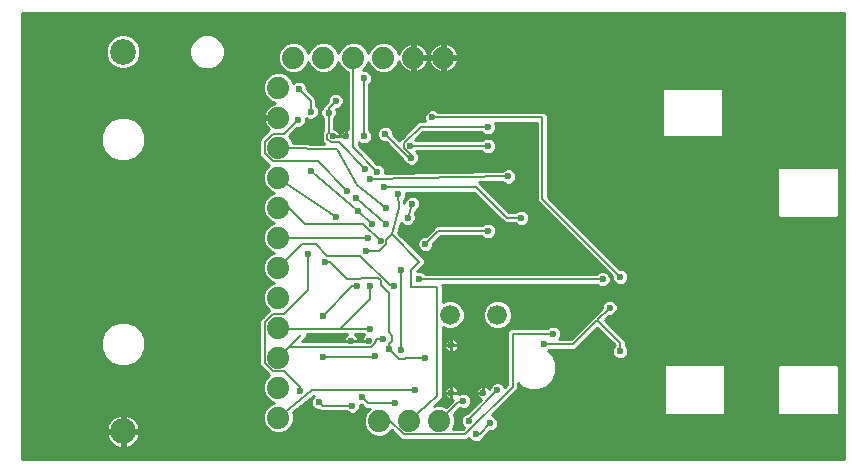
<source format=gbl>
G75*
%MOIN*%
%OFA0B0*%
%FSLAX25Y25*%
%IPPOS*%
%LPD*%
%AMOC8*
5,1,8,0,0,1.08239X$1,22.5*
%
%ADD10C,0.07400*%
%ADD11C,0.06600*%
%ADD12C,0.08600*%
%ADD13C,0.02362*%
%ADD14C,0.00600*%
%ADD15C,0.01000*%
D10*
X0088705Y0017209D03*
X0088705Y0027209D03*
X0088705Y0037209D03*
X0088705Y0047209D03*
X0088705Y0057209D03*
X0088705Y0067209D03*
X0088705Y0077209D03*
X0088705Y0087209D03*
X0088705Y0097209D03*
X0088705Y0107209D03*
X0088705Y0117209D03*
X0088705Y0127209D03*
X0093705Y0137209D03*
X0103705Y0137209D03*
X0113705Y0137209D03*
X0123705Y0137209D03*
X0133705Y0137209D03*
X0143705Y0137209D03*
X0142366Y0016067D03*
X0132366Y0016067D03*
X0122366Y0016067D03*
D11*
X0145988Y0051500D03*
X0161736Y0051500D03*
D12*
X0036933Y0012661D03*
X0036933Y0139157D03*
D13*
X0095201Y0116461D03*
X0099531Y0119217D03*
X0105437Y0118823D03*
X0107799Y0122760D03*
X0117248Y0130240D03*
X0095594Y0126697D03*
X0107012Y0110949D03*
X0111343Y0110949D03*
X0117248Y0110949D03*
X0124335Y0111736D03*
X0132602Y0107799D03*
X0132996Y0103862D03*
X0121579Y0099138D03*
X0119217Y0096776D03*
X0117642Y0099925D03*
X0123941Y0094020D03*
X0128665Y0091657D03*
X0133390Y0088508D03*
X0131815Y0083783D03*
X0124728Y0081815D03*
X0120004Y0081815D03*
X0118429Y0077091D03*
X0122760Y0075909D03*
X0118035Y0072760D03*
X0129453Y0066461D03*
X0135752Y0063311D03*
X0127091Y0060949D03*
X0119217Y0060949D03*
X0114886Y0060949D03*
X0104256Y0069217D03*
X0098744Y0071579D03*
X0107799Y0084177D03*
X0115160Y0086007D03*
X0114492Y0090476D03*
X0111736Y0092839D03*
X0099531Y0099531D03*
X0124728Y0086933D03*
X0137720Y0075122D03*
X0158587Y0079453D03*
X0169610Y0083783D03*
X0165280Y0097563D03*
X0158587Y0107799D03*
X0158587Y0114098D03*
X0140083Y0117248D03*
X0202681Y0064098D03*
X0196776Y0063311D03*
X0199138Y0053862D03*
X0180240Y0045201D03*
X0177091Y0041657D03*
X0161736Y0026303D03*
X0157012Y0025516D03*
X0150319Y0022760D03*
X0146382Y0025516D03*
X0152287Y0016067D03*
X0159374Y0015280D03*
X0154650Y0011736D03*
X0134177Y0026303D03*
X0127484Y0021972D03*
X0116461Y0023941D03*
X0113311Y0021185D03*
X0102287Y0022366D03*
X0095988Y0025909D03*
X0103469Y0037327D03*
X0112917Y0042839D03*
X0118823Y0042839D03*
X0123547Y0043232D03*
X0125516Y0040083D03*
X0129453Y0039689D03*
X0137720Y0036933D03*
X0146382Y0041264D03*
X0120791Y0037720D03*
X0119217Y0046776D03*
X0103469Y0051106D03*
X0202681Y0039295D03*
D14*
X0202681Y0042051D01*
X0195004Y0049728D01*
X0199138Y0053862D01*
X0195004Y0049728D02*
X0186933Y0041657D01*
X0177091Y0041657D01*
X0180240Y0045201D02*
X0166854Y0045201D01*
X0166854Y0027484D01*
X0150945Y0011575D01*
X0130505Y0011575D01*
X0126013Y0016067D01*
X0122366Y0016067D01*
X0118429Y0021972D02*
X0116461Y0023941D01*
X0118429Y0021972D02*
X0127484Y0021972D01*
X0132366Y0016067D02*
X0141657Y0024335D01*
X0141657Y0060555D01*
X0132996Y0060555D01*
X0132996Y0066461D01*
X0135752Y0069217D01*
X0126697Y0078272D01*
X0124733Y0076308D01*
X0124733Y0075092D01*
X0122401Y0072760D01*
X0118035Y0072760D01*
X0116032Y0071190D02*
X0105039Y0071190D01*
X0101106Y0075122D01*
X0096618Y0075122D01*
X0088705Y0067209D01*
X0098744Y0071579D02*
X0098744Y0059879D01*
X0090565Y0051701D01*
X0086844Y0051701D01*
X0084213Y0049069D01*
X0084213Y0035348D01*
X0086844Y0032717D01*
X0090565Y0032717D01*
X0095988Y0027294D01*
X0095988Y0025909D01*
X0099925Y0026303D02*
X0134177Y0026303D01*
X0146382Y0025516D02*
X0157012Y0025516D01*
X0161736Y0026303D02*
X0152287Y0016854D01*
X0152287Y0016067D01*
X0155831Y0011736D02*
X0159374Y0015280D01*
X0155831Y0011736D02*
X0154650Y0011736D01*
X0148665Y0022366D02*
X0142366Y0016067D01*
X0148665Y0022366D02*
X0150319Y0022760D01*
X0146382Y0025516D02*
X0146382Y0041264D01*
X0137720Y0036933D02*
X0131032Y0036933D01*
X0130895Y0036796D01*
X0128803Y0036796D01*
X0125516Y0040083D01*
X0125516Y0041623D01*
X0126702Y0042809D01*
X0126702Y0044443D01*
X0125516Y0045629D01*
X0125516Y0058587D01*
X0122760Y0061343D01*
X0122760Y0062917D01*
X0121968Y0063709D01*
X0116431Y0063709D01*
X0116032Y0063311D01*
X0111736Y0063311D01*
X0105831Y0069217D01*
X0104256Y0069217D01*
X0116032Y0071190D02*
X0125879Y0061343D01*
X0127091Y0060949D01*
X0129453Y0066461D02*
X0129453Y0039689D01*
X0123547Y0043232D02*
X0121579Y0043232D01*
X0120796Y0042450D01*
X0120796Y0042021D01*
X0119640Y0040865D01*
X0092361Y0040865D01*
X0092012Y0040516D01*
X0088705Y0037209D01*
X0092012Y0040516D02*
X0096308Y0044812D01*
X0089138Y0046776D02*
X0088705Y0047209D01*
X0089138Y0046776D02*
X0109374Y0046776D01*
X0119217Y0056618D01*
X0119217Y0060949D01*
X0114886Y0060949D02*
X0113311Y0060949D01*
X0103469Y0051106D01*
X0109374Y0046776D02*
X0119217Y0046776D01*
X0121220Y0043232D02*
X0121579Y0043232D01*
X0118823Y0042839D02*
X0112917Y0042839D01*
X0120398Y0037327D02*
X0120791Y0037720D01*
X0120398Y0037327D02*
X0103469Y0037327D01*
X0099925Y0026303D02*
X0088705Y0017209D01*
X0102287Y0022366D02*
X0103469Y0021185D01*
X0113311Y0021185D01*
X0135752Y0063311D02*
X0196776Y0063311D01*
X0202681Y0064098D02*
X0176697Y0090083D01*
X0176697Y0117248D01*
X0140083Y0117248D01*
X0136111Y0114098D02*
X0130629Y0108617D01*
X0130629Y0106982D01*
X0132996Y0104615D01*
X0132996Y0103862D01*
X0132209Y0103862D01*
X0124335Y0111736D01*
X0117248Y0110949D02*
X0117248Y0130240D01*
X0113705Y0137209D02*
X0113705Y0107406D01*
X0121579Y0099138D01*
X0119217Y0096776D02*
X0165280Y0097563D01*
X0154650Y0094020D02*
X0124728Y0094020D01*
X0124335Y0094413D01*
X0123941Y0094020D01*
X0128665Y0091657D02*
X0129059Y0086933D01*
X0126697Y0078272D01*
X0124728Y0081815D02*
X0114492Y0090476D01*
X0111736Y0092839D02*
X0101966Y0102609D01*
X0086799Y0102609D01*
X0084105Y0105303D01*
X0084105Y0109114D01*
X0086799Y0111809D01*
X0090549Y0111809D01*
X0095201Y0116461D01*
X0099531Y0119217D02*
X0099531Y0122760D01*
X0095594Y0126697D01*
X0105437Y0120398D02*
X0107799Y0122760D01*
X0105437Y0120398D02*
X0105437Y0118823D01*
X0105437Y0112165D01*
X0105039Y0111766D01*
X0105039Y0110131D01*
X0106194Y0108976D01*
X0108985Y0108976D01*
X0117642Y0099925D01*
X0114886Y0094807D02*
X0124728Y0086933D01*
X0131815Y0083783D02*
X0133390Y0088508D01*
X0142051Y0079453D02*
X0137720Y0075122D01*
X0142051Y0079453D02*
X0158587Y0079453D01*
X0164886Y0083783D02*
X0154650Y0094020D01*
X0164886Y0083783D02*
X0169610Y0083783D01*
X0158587Y0107799D02*
X0132602Y0107799D01*
X0136111Y0114098D02*
X0158587Y0114098D01*
X0114886Y0094807D02*
X0108193Y0106618D01*
X0088705Y0107209D01*
X0099531Y0099531D02*
X0115160Y0086007D01*
X0120004Y0081815D01*
X0116873Y0081796D02*
X0097612Y0081796D01*
X0092199Y0087209D01*
X0088705Y0087209D01*
X0088705Y0077209D02*
X0118429Y0077091D01*
X0122760Y0075909D02*
X0116873Y0081796D01*
X0107799Y0084177D02*
X0088705Y0097209D01*
X0088744Y0097169D01*
X0107012Y0110949D02*
X0111343Y0110949D01*
D15*
X0003300Y0152062D02*
X0003300Y0003300D01*
X0277259Y0003300D01*
X0277259Y0152062D01*
X0003300Y0152062D01*
X0003300Y0151699D02*
X0277259Y0151699D01*
X0277259Y0150700D02*
X0003300Y0150700D01*
X0003300Y0149702D02*
X0277259Y0149702D01*
X0277259Y0148703D02*
X0003300Y0148703D01*
X0003300Y0147705D02*
X0277259Y0147705D01*
X0277259Y0146706D02*
X0003300Y0146706D01*
X0003300Y0145708D02*
X0277259Y0145708D01*
X0277259Y0144709D02*
X0067015Y0144709D01*
X0066105Y0145087D02*
X0063746Y0145087D01*
X0061567Y0144184D01*
X0059899Y0142516D01*
X0058996Y0140337D01*
X0058996Y0137978D01*
X0059899Y0135799D01*
X0061567Y0134131D01*
X0063746Y0133228D01*
X0066105Y0133228D01*
X0068284Y0134131D01*
X0069952Y0135799D01*
X0070854Y0137978D01*
X0070854Y0140337D01*
X0069952Y0142516D01*
X0068284Y0144184D01*
X0066105Y0145087D01*
X0068757Y0143711D02*
X0277259Y0143711D01*
X0277259Y0142712D02*
X0069755Y0142712D01*
X0070284Y0141714D02*
X0090993Y0141714D01*
X0090759Y0141617D02*
X0089296Y0140154D01*
X0088505Y0138243D01*
X0088505Y0136174D01*
X0089296Y0134263D01*
X0090759Y0132800D01*
X0092670Y0132009D01*
X0094739Y0132009D01*
X0096650Y0132800D01*
X0098113Y0134263D01*
X0098705Y0135691D01*
X0099296Y0134263D01*
X0100759Y0132800D01*
X0102670Y0132009D01*
X0104739Y0132009D01*
X0106650Y0132800D01*
X0108113Y0134263D01*
X0108705Y0135691D01*
X0109296Y0134263D01*
X0110759Y0132800D01*
X0111905Y0132326D01*
X0111905Y0113354D01*
X0111586Y0113417D01*
X0111343Y0113417D01*
X0111343Y0110949D01*
X0111342Y0110949D01*
X0111342Y0110949D01*
X0107012Y0110949D01*
X0107012Y0110949D01*
X0109480Y0110949D01*
X0111342Y0110949D01*
X0111342Y0113417D01*
X0111099Y0113417D01*
X0110622Y0113322D01*
X0110173Y0113136D01*
X0109769Y0112866D01*
X0109425Y0112522D01*
X0109177Y0112151D01*
X0108929Y0112522D01*
X0108585Y0112866D01*
X0108181Y0113136D01*
X0107732Y0113322D01*
X0107255Y0113417D01*
X0107237Y0113417D01*
X0107237Y0116831D01*
X0107710Y0117304D01*
X0108118Y0118290D01*
X0108118Y0119356D01*
X0107819Y0120079D01*
X0108333Y0120079D01*
X0109318Y0120487D01*
X0110072Y0121241D01*
X0110480Y0122227D01*
X0110480Y0123293D01*
X0110072Y0124279D01*
X0109318Y0125033D01*
X0108333Y0125441D01*
X0107266Y0125441D01*
X0106280Y0125033D01*
X0105526Y0124279D01*
X0105118Y0123293D01*
X0105118Y0122624D01*
X0103637Y0121143D01*
X0103637Y0120814D01*
X0103164Y0120342D01*
X0102756Y0119356D01*
X0102756Y0118290D01*
X0103164Y0117304D01*
X0103637Y0116831D01*
X0103637Y0112910D01*
X0103239Y0112512D01*
X0103239Y0109386D01*
X0104081Y0108544D01*
X0093649Y0108860D01*
X0093113Y0110154D01*
X0092277Y0110991D01*
X0095065Y0113780D01*
X0095734Y0113780D01*
X0096720Y0114188D01*
X0097474Y0114942D01*
X0097882Y0115927D01*
X0097882Y0116994D01*
X0097825Y0117131D01*
X0098013Y0116944D01*
X0098998Y0116535D01*
X0100065Y0116535D01*
X0101050Y0116944D01*
X0101804Y0117698D01*
X0102213Y0118683D01*
X0102213Y0119750D01*
X0101804Y0120735D01*
X0101331Y0121208D01*
X0101331Y0123505D01*
X0098276Y0126561D01*
X0098276Y0127230D01*
X0097867Y0128216D01*
X0097113Y0128970D01*
X0096128Y0129378D01*
X0095061Y0129378D01*
X0094076Y0128970D01*
X0093742Y0128636D01*
X0093113Y0130154D01*
X0091650Y0131617D01*
X0089739Y0132409D01*
X0087670Y0132409D01*
X0085759Y0131617D01*
X0084296Y0130154D01*
X0083505Y0128243D01*
X0083505Y0126174D01*
X0084296Y0124263D01*
X0085759Y0122800D01*
X0087524Y0122069D01*
X0086790Y0121831D01*
X0086091Y0121474D01*
X0085456Y0121013D01*
X0084901Y0120458D01*
X0084439Y0119823D01*
X0084083Y0119123D01*
X0083840Y0118377D01*
X0083734Y0117709D01*
X0088205Y0117709D01*
X0088205Y0116709D01*
X0083734Y0116709D01*
X0083840Y0116041D01*
X0084083Y0115294D01*
X0084439Y0114595D01*
X0084901Y0113960D01*
X0085456Y0113404D01*
X0085684Y0113239D01*
X0084999Y0112554D01*
X0082305Y0109860D01*
X0082305Y0104558D01*
X0083359Y0103503D01*
X0084999Y0101863D01*
X0085502Y0101360D01*
X0084296Y0100154D01*
X0083505Y0098243D01*
X0083505Y0096174D01*
X0084296Y0094263D01*
X0085759Y0092800D01*
X0087188Y0092209D01*
X0085759Y0091617D01*
X0084296Y0090154D01*
X0083505Y0088243D01*
X0083505Y0086174D01*
X0084296Y0084263D01*
X0085759Y0082800D01*
X0087188Y0082209D01*
X0085759Y0081617D01*
X0084296Y0080154D01*
X0083505Y0078243D01*
X0083505Y0076174D01*
X0084296Y0074263D01*
X0085759Y0072800D01*
X0087188Y0072209D01*
X0085759Y0071617D01*
X0084296Y0070154D01*
X0083505Y0068243D01*
X0083505Y0066174D01*
X0084296Y0064263D01*
X0085759Y0062800D01*
X0087188Y0062209D01*
X0085759Y0061617D01*
X0084296Y0060154D01*
X0083505Y0058243D01*
X0083505Y0056174D01*
X0084296Y0054263D01*
X0085579Y0052981D01*
X0083467Y0050869D01*
X0082413Y0049815D01*
X0082413Y0034602D01*
X0083467Y0033548D01*
X0085044Y0031971D01*
X0085579Y0031436D01*
X0084296Y0030154D01*
X0083505Y0028243D01*
X0083505Y0026174D01*
X0084296Y0024263D01*
X0085759Y0022800D01*
X0087188Y0022209D01*
X0085759Y0021617D01*
X0084296Y0020154D01*
X0083505Y0018243D01*
X0083505Y0016174D01*
X0084296Y0014263D01*
X0085759Y0012800D01*
X0087670Y0012009D01*
X0089739Y0012009D01*
X0091650Y0012800D01*
X0093113Y0014263D01*
X0093905Y0016174D01*
X0093905Y0018243D01*
X0093637Y0018889D01*
X0100563Y0024503D01*
X0100633Y0024503D01*
X0100014Y0023885D01*
X0099606Y0022899D01*
X0099606Y0021833D01*
X0100014Y0020847D01*
X0100769Y0020093D01*
X0101754Y0019685D01*
X0102423Y0019685D01*
X0102723Y0019385D01*
X0111319Y0019385D01*
X0111792Y0018912D01*
X0112778Y0018504D01*
X0113844Y0018504D01*
X0114830Y0018912D01*
X0115584Y0019666D01*
X0115992Y0020652D01*
X0115992Y0021260D01*
X0116596Y0021260D01*
X0117684Y0020172D01*
X0119118Y0020172D01*
X0117958Y0019012D01*
X0117166Y0017101D01*
X0117166Y0015033D01*
X0117958Y0013121D01*
X0119421Y0011659D01*
X0121332Y0010867D01*
X0123400Y0010867D01*
X0125312Y0011659D01*
X0126594Y0012941D01*
X0128705Y0010829D01*
X0129760Y0009775D01*
X0151690Y0009775D01*
X0152305Y0010390D01*
X0152377Y0010217D01*
X0153131Y0009463D01*
X0154116Y0009055D01*
X0155183Y0009055D01*
X0156168Y0009463D01*
X0156923Y0010217D01*
X0156968Y0010328D01*
X0159238Y0012598D01*
X0159907Y0012598D01*
X0160893Y0013007D01*
X0161647Y0013761D01*
X0162055Y0014746D01*
X0162055Y0015813D01*
X0161647Y0016798D01*
X0160893Y0017552D01*
X0159907Y0017961D01*
X0159876Y0017961D01*
X0167600Y0025684D01*
X0168654Y0026739D01*
X0168654Y0028597D01*
X0169746Y0027505D01*
X0172468Y0026378D01*
X0175414Y0026378D01*
X0178136Y0027505D01*
X0180219Y0029589D01*
X0181346Y0032310D01*
X0181346Y0035257D01*
X0180219Y0037978D01*
X0178711Y0039486D01*
X0179082Y0039857D01*
X0187679Y0039857D01*
X0195004Y0047183D01*
X0200881Y0041306D01*
X0200881Y0041287D01*
X0200408Y0040814D01*
X0200000Y0039829D01*
X0200000Y0038762D01*
X0200408Y0037777D01*
X0201162Y0037022D01*
X0202148Y0036614D01*
X0203214Y0036614D01*
X0204200Y0037022D01*
X0204954Y0037777D01*
X0205362Y0038762D01*
X0205362Y0039829D01*
X0204954Y0040814D01*
X0204481Y0041287D01*
X0204481Y0042797D01*
X0197550Y0049728D01*
X0199002Y0051181D01*
X0199671Y0051181D01*
X0200657Y0051589D01*
X0201411Y0052343D01*
X0201819Y0053329D01*
X0201819Y0054396D01*
X0201411Y0055381D01*
X0200657Y0056135D01*
X0199671Y0056543D01*
X0198604Y0056543D01*
X0197619Y0056135D01*
X0196865Y0055381D01*
X0196457Y0054396D01*
X0196457Y0053727D01*
X0194258Y0051528D01*
X0193204Y0050474D01*
X0186187Y0043457D01*
X0182288Y0043457D01*
X0182513Y0043682D01*
X0182921Y0044667D01*
X0182921Y0045734D01*
X0182513Y0046720D01*
X0181759Y0047474D01*
X0180773Y0047882D01*
X0179707Y0047882D01*
X0178721Y0047474D01*
X0178248Y0047001D01*
X0166109Y0047001D01*
X0165054Y0045946D01*
X0165054Y0028230D01*
X0164196Y0027371D01*
X0164009Y0027822D01*
X0163255Y0028576D01*
X0162270Y0028984D01*
X0161203Y0028984D01*
X0160217Y0028576D01*
X0159463Y0027822D01*
X0159072Y0026876D01*
X0158929Y0027089D01*
X0158585Y0027433D01*
X0158181Y0027703D01*
X0157732Y0027889D01*
X0157255Y0027984D01*
X0157012Y0027984D01*
X0157012Y0025516D01*
X0157012Y0025516D01*
X0157012Y0027984D01*
X0156769Y0027984D01*
X0156292Y0027889D01*
X0155843Y0027703D01*
X0155438Y0027433D01*
X0155094Y0027089D01*
X0154824Y0026685D01*
X0154638Y0026236D01*
X0154543Y0025759D01*
X0154543Y0025516D01*
X0157012Y0025516D01*
X0157012Y0025516D01*
X0154543Y0025516D01*
X0154543Y0025273D01*
X0154638Y0024796D01*
X0154824Y0024346D01*
X0155094Y0023942D01*
X0155438Y0023598D01*
X0155843Y0023328D01*
X0156106Y0023219D01*
X0151552Y0018664D01*
X0150769Y0018340D01*
X0150014Y0017586D01*
X0149606Y0016600D01*
X0149606Y0015534D01*
X0150014Y0014548D01*
X0150694Y0013869D01*
X0150199Y0013375D01*
X0146879Y0013375D01*
X0147566Y0015033D01*
X0147566Y0017101D01*
X0147092Y0018247D01*
X0149176Y0020331D01*
X0149786Y0020079D01*
X0150852Y0020079D01*
X0151838Y0020487D01*
X0152592Y0021241D01*
X0153000Y0022227D01*
X0153000Y0023293D01*
X0152592Y0024279D01*
X0151838Y0025033D01*
X0150852Y0025441D01*
X0149786Y0025441D01*
X0148803Y0025034D01*
X0148850Y0025273D01*
X0148850Y0025516D01*
X0148850Y0025759D01*
X0148756Y0026236D01*
X0148569Y0026685D01*
X0148299Y0027089D01*
X0147955Y0027433D01*
X0147551Y0027703D01*
X0147102Y0027889D01*
X0146625Y0027984D01*
X0146382Y0027984D01*
X0146382Y0025516D01*
X0146382Y0025516D01*
X0148850Y0025516D01*
X0146382Y0025516D01*
X0146382Y0025516D01*
X0146382Y0027984D01*
X0146139Y0027984D01*
X0145662Y0027889D01*
X0145213Y0027703D01*
X0144808Y0027433D01*
X0144464Y0027089D01*
X0144194Y0026685D01*
X0144008Y0026236D01*
X0143913Y0025759D01*
X0143913Y0025516D01*
X0146382Y0025516D01*
X0146382Y0025516D01*
X0146382Y0023047D01*
X0146625Y0023047D01*
X0146845Y0023091D01*
X0144546Y0020792D01*
X0143400Y0021267D01*
X0141332Y0021267D01*
X0140557Y0020946D01*
X0142342Y0022535D01*
X0142403Y0022535D01*
X0142893Y0023025D01*
X0143411Y0023486D01*
X0143415Y0023546D01*
X0143457Y0023589D01*
X0143457Y0024282D01*
X0143498Y0024974D01*
X0143457Y0025020D01*
X0143457Y0047353D01*
X0145033Y0046700D01*
X0146943Y0046700D01*
X0148707Y0047431D01*
X0150057Y0048781D01*
X0150788Y0050545D01*
X0150788Y0052455D01*
X0150057Y0054219D01*
X0148707Y0055569D01*
X0146943Y0056300D01*
X0145033Y0056300D01*
X0143457Y0055647D01*
X0143457Y0061301D01*
X0143247Y0061511D01*
X0194784Y0061511D01*
X0195257Y0061038D01*
X0196242Y0060630D01*
X0197309Y0060630D01*
X0198294Y0061038D01*
X0199049Y0061792D01*
X0199457Y0062778D01*
X0199457Y0063844D01*
X0199049Y0064830D01*
X0198294Y0065584D01*
X0197309Y0065992D01*
X0196242Y0065992D01*
X0195257Y0065584D01*
X0194784Y0065111D01*
X0137744Y0065111D01*
X0137271Y0065584D01*
X0136285Y0065992D01*
X0135219Y0065992D01*
X0134970Y0065889D01*
X0137552Y0068471D01*
X0137552Y0069962D01*
X0136498Y0071017D01*
X0128708Y0078806D01*
X0129628Y0082179D01*
X0130296Y0081511D01*
X0131282Y0081102D01*
X0132348Y0081102D01*
X0133334Y0081511D01*
X0134088Y0082265D01*
X0134496Y0083250D01*
X0134496Y0084317D01*
X0134160Y0085127D01*
X0134469Y0086053D01*
X0134908Y0086235D01*
X0135663Y0086989D01*
X0136071Y0087975D01*
X0136071Y0089041D01*
X0135663Y0090027D01*
X0134908Y0090781D01*
X0133923Y0091189D01*
X0132856Y0091189D01*
X0131871Y0090781D01*
X0131117Y0090027D01*
X0130709Y0089041D01*
X0130709Y0088812D01*
X0130624Y0089825D01*
X0130938Y0090139D01*
X0131346Y0091124D01*
X0131346Y0092191D01*
X0131334Y0092220D01*
X0153904Y0092220D01*
X0164140Y0081983D01*
X0167619Y0081983D01*
X0168092Y0081511D01*
X0169077Y0081102D01*
X0170144Y0081102D01*
X0171129Y0081511D01*
X0171883Y0082265D01*
X0172291Y0083250D01*
X0172291Y0084317D01*
X0171883Y0085302D01*
X0171129Y0086056D01*
X0170144Y0086465D01*
X0169077Y0086465D01*
X0168092Y0086056D01*
X0167619Y0085583D01*
X0165631Y0085583D01*
X0156450Y0094765D01*
X0155617Y0095598D01*
X0163322Y0095729D01*
X0163761Y0095290D01*
X0164746Y0094882D01*
X0165813Y0094882D01*
X0166798Y0095290D01*
X0167552Y0096044D01*
X0167961Y0097030D01*
X0167961Y0098096D01*
X0167552Y0099082D01*
X0166798Y0099836D01*
X0165813Y0100244D01*
X0164746Y0100244D01*
X0163761Y0099836D01*
X0163253Y0099329D01*
X0124260Y0098662D01*
X0124260Y0099671D01*
X0123852Y0100657D01*
X0123097Y0101411D01*
X0122112Y0101819D01*
X0121511Y0101819D01*
X0115505Y0108126D01*
X0115505Y0108900D01*
X0115729Y0108676D01*
X0116715Y0108268D01*
X0117781Y0108268D01*
X0118767Y0108676D01*
X0119521Y0109430D01*
X0119929Y0110416D01*
X0119929Y0111482D01*
X0119521Y0112468D01*
X0119048Y0112940D01*
X0119048Y0128248D01*
X0119521Y0128721D01*
X0119929Y0129707D01*
X0119929Y0130773D01*
X0119521Y0131759D01*
X0118767Y0132513D01*
X0117781Y0132921D01*
X0116771Y0132921D01*
X0118113Y0134263D01*
X0118705Y0135691D01*
X0119296Y0134263D01*
X0120759Y0132800D01*
X0122670Y0132009D01*
X0124739Y0132009D01*
X0126650Y0132800D01*
X0128113Y0134263D01*
X0128844Y0136028D01*
X0129083Y0135294D01*
X0129439Y0134595D01*
X0129901Y0133960D01*
X0130456Y0133404D01*
X0131091Y0132943D01*
X0131790Y0132587D01*
X0132537Y0132344D01*
X0133205Y0132238D01*
X0133205Y0136709D01*
X0134205Y0136709D01*
X0134205Y0137709D01*
X0133205Y0137709D01*
X0133205Y0142179D01*
X0132537Y0142073D01*
X0131790Y0141831D01*
X0131091Y0141474D01*
X0130456Y0141013D01*
X0129901Y0140458D01*
X0129439Y0139823D01*
X0129083Y0139123D01*
X0128844Y0138389D01*
X0128113Y0140154D01*
X0126650Y0141617D01*
X0124739Y0142409D01*
X0122670Y0142409D01*
X0120759Y0141617D01*
X0119296Y0140154D01*
X0118705Y0138726D01*
X0118113Y0140154D01*
X0116650Y0141617D01*
X0114739Y0142409D01*
X0112670Y0142409D01*
X0110759Y0141617D01*
X0109296Y0140154D01*
X0108705Y0138726D01*
X0108113Y0140154D01*
X0106650Y0141617D01*
X0104739Y0142409D01*
X0102670Y0142409D01*
X0100759Y0141617D01*
X0099296Y0140154D01*
X0098705Y0138726D01*
X0098113Y0140154D01*
X0096650Y0141617D01*
X0094739Y0142409D01*
X0092670Y0142409D01*
X0090759Y0141617D01*
X0089857Y0140715D02*
X0070698Y0140715D01*
X0070854Y0139717D02*
X0089115Y0139717D01*
X0088702Y0138718D02*
X0070854Y0138718D01*
X0070747Y0137720D02*
X0088505Y0137720D01*
X0088505Y0136721D02*
X0070334Y0136721D01*
X0069876Y0135723D02*
X0088692Y0135723D01*
X0089105Y0134724D02*
X0068877Y0134724D01*
X0067305Y0133726D02*
X0089834Y0133726D01*
X0090936Y0132727D02*
X0003300Y0132727D01*
X0003300Y0131729D02*
X0086029Y0131729D01*
X0084872Y0130730D02*
X0003300Y0130730D01*
X0003300Y0129732D02*
X0084121Y0129732D01*
X0083708Y0128733D02*
X0003300Y0128733D01*
X0003300Y0127735D02*
X0083505Y0127735D01*
X0083505Y0126736D02*
X0003300Y0126736D01*
X0003300Y0125738D02*
X0083686Y0125738D01*
X0084099Y0124739D02*
X0003300Y0124739D01*
X0003300Y0123741D02*
X0084819Y0123741D01*
X0085900Y0122742D02*
X0003300Y0122742D01*
X0003300Y0121744D02*
X0086619Y0121744D01*
X0085188Y0120745D02*
X0003300Y0120745D01*
X0003300Y0119747D02*
X0084400Y0119747D01*
X0083961Y0118748D02*
X0003300Y0118748D01*
X0003300Y0117750D02*
X0083741Y0117750D01*
X0083934Y0115753D02*
X0041657Y0115753D01*
X0041128Y0116282D02*
X0038406Y0117409D01*
X0035460Y0117409D01*
X0032738Y0116282D01*
X0030655Y0114199D01*
X0029528Y0111477D01*
X0029528Y0108531D01*
X0030655Y0105809D01*
X0032738Y0103726D01*
X0035460Y0102598D01*
X0038406Y0102598D01*
X0041128Y0103726D01*
X0043211Y0105809D01*
X0044339Y0108531D01*
X0044339Y0111477D01*
X0043211Y0114199D01*
X0041128Y0116282D01*
X0039996Y0116751D02*
X0088205Y0116751D01*
X0085105Y0113755D02*
X0043395Y0113755D01*
X0043808Y0112757D02*
X0085202Y0112757D01*
X0084204Y0111758D02*
X0044222Y0111758D01*
X0044339Y0110760D02*
X0083205Y0110760D01*
X0082305Y0109761D02*
X0044339Y0109761D01*
X0044339Y0108763D02*
X0082305Y0108763D01*
X0082305Y0107764D02*
X0044021Y0107764D01*
X0043607Y0106766D02*
X0082305Y0106766D01*
X0082305Y0105767D02*
X0043170Y0105767D01*
X0042171Y0104769D02*
X0082305Y0104769D01*
X0083092Y0103770D02*
X0041172Y0103770D01*
X0038825Y0102772D02*
X0084091Y0102772D01*
X0085089Y0101773D02*
X0003300Y0101773D01*
X0003300Y0100775D02*
X0084917Y0100775D01*
X0084140Y0099776D02*
X0003300Y0099776D01*
X0003300Y0098778D02*
X0083726Y0098778D01*
X0083505Y0097779D02*
X0003300Y0097779D01*
X0003300Y0096781D02*
X0083505Y0096781D01*
X0083667Y0095782D02*
X0003300Y0095782D01*
X0003300Y0094784D02*
X0084081Y0094784D01*
X0084774Y0093785D02*
X0003300Y0093785D01*
X0003300Y0092787D02*
X0085792Y0092787D01*
X0086173Y0091788D02*
X0003300Y0091788D01*
X0003300Y0090790D02*
X0084932Y0090790D01*
X0084146Y0089791D02*
X0003300Y0089791D01*
X0003300Y0088793D02*
X0083732Y0088793D01*
X0083505Y0087794D02*
X0003300Y0087794D01*
X0003300Y0086796D02*
X0083505Y0086796D01*
X0083661Y0085797D02*
X0003300Y0085797D01*
X0003300Y0084799D02*
X0084075Y0084799D01*
X0084759Y0083800D02*
X0003300Y0083800D01*
X0003300Y0082802D02*
X0085758Y0082802D01*
X0086209Y0081803D02*
X0003300Y0081803D01*
X0003300Y0080805D02*
X0084947Y0080805D01*
X0084152Y0079806D02*
X0003300Y0079806D01*
X0003300Y0078808D02*
X0083739Y0078808D01*
X0083505Y0077809D02*
X0003300Y0077809D01*
X0003300Y0076811D02*
X0083505Y0076811D01*
X0083655Y0075812D02*
X0003300Y0075812D01*
X0003300Y0074814D02*
X0084068Y0074814D01*
X0084744Y0073815D02*
X0003300Y0073815D01*
X0003300Y0072817D02*
X0085743Y0072817D01*
X0086244Y0071818D02*
X0003300Y0071818D01*
X0003300Y0070820D02*
X0084962Y0070820D01*
X0084158Y0069821D02*
X0003300Y0069821D01*
X0003300Y0068822D02*
X0083745Y0068822D01*
X0083505Y0067824D02*
X0003300Y0067824D01*
X0003300Y0066825D02*
X0083505Y0066825D01*
X0083649Y0065827D02*
X0003300Y0065827D01*
X0003300Y0064828D02*
X0084062Y0064828D01*
X0084730Y0063830D02*
X0003300Y0063830D01*
X0003300Y0062831D02*
X0085728Y0062831D01*
X0086280Y0061833D02*
X0003300Y0061833D01*
X0003300Y0060834D02*
X0084977Y0060834D01*
X0084165Y0059836D02*
X0003300Y0059836D01*
X0003300Y0058837D02*
X0083751Y0058837D01*
X0083505Y0057839D02*
X0003300Y0057839D01*
X0003300Y0056840D02*
X0083505Y0056840D01*
X0083642Y0055842D02*
X0003300Y0055842D01*
X0003300Y0054843D02*
X0084056Y0054843D01*
X0084715Y0053845D02*
X0003300Y0053845D01*
X0003300Y0052846D02*
X0085444Y0052846D01*
X0084445Y0051848D02*
X0003300Y0051848D01*
X0003300Y0050849D02*
X0083447Y0050849D01*
X0083467Y0050869D02*
X0083467Y0050869D01*
X0082448Y0049851D02*
X0003300Y0049851D01*
X0003300Y0048852D02*
X0034571Y0048852D01*
X0035460Y0049220D02*
X0032738Y0048093D01*
X0030655Y0046010D01*
X0029528Y0043288D01*
X0029528Y0040342D01*
X0030655Y0037620D01*
X0032738Y0035537D01*
X0035460Y0034409D01*
X0038406Y0034409D01*
X0041128Y0035537D01*
X0043211Y0037620D01*
X0044339Y0040342D01*
X0044339Y0043288D01*
X0043211Y0046010D01*
X0041128Y0048093D01*
X0038406Y0049220D01*
X0035460Y0049220D01*
X0032499Y0047854D02*
X0003300Y0047854D01*
X0003300Y0046855D02*
X0031500Y0046855D01*
X0030592Y0045857D02*
X0003300Y0045857D01*
X0003300Y0044858D02*
X0030178Y0044858D01*
X0029764Y0043860D02*
X0003300Y0043860D01*
X0003300Y0042861D02*
X0029528Y0042861D01*
X0029528Y0041863D02*
X0003300Y0041863D01*
X0003300Y0040864D02*
X0029528Y0040864D01*
X0029725Y0039866D02*
X0003300Y0039866D01*
X0003300Y0038867D02*
X0030138Y0038867D01*
X0030552Y0037869D02*
X0003300Y0037869D01*
X0003300Y0036870D02*
X0031405Y0036870D01*
X0032403Y0035872D02*
X0003300Y0035872D01*
X0003300Y0034873D02*
X0034341Y0034873D01*
X0039525Y0034873D02*
X0082413Y0034873D01*
X0082413Y0035872D02*
X0041463Y0035872D01*
X0042461Y0036870D02*
X0082413Y0036870D01*
X0082413Y0037869D02*
X0043314Y0037869D01*
X0043728Y0038867D02*
X0082413Y0038867D01*
X0082413Y0039866D02*
X0044141Y0039866D01*
X0044339Y0040864D02*
X0082413Y0040864D01*
X0082413Y0041863D02*
X0044339Y0041863D01*
X0044339Y0042861D02*
X0082413Y0042861D01*
X0082413Y0043860D02*
X0044102Y0043860D01*
X0043688Y0044858D02*
X0082413Y0044858D01*
X0082413Y0045857D02*
X0043275Y0045857D01*
X0042366Y0046855D02*
X0082413Y0046855D01*
X0082413Y0047854D02*
X0041367Y0047854D01*
X0039295Y0048852D02*
X0082413Y0048852D01*
X0096707Y0042665D02*
X0098108Y0044066D01*
X0098108Y0044976D01*
X0111672Y0044976D01*
X0111344Y0044756D01*
X0111000Y0044412D01*
X0110730Y0044008D01*
X0110544Y0043559D01*
X0110449Y0043082D01*
X0110449Y0042839D01*
X0112917Y0042839D01*
X0112917Y0042839D01*
X0110449Y0042839D01*
X0110449Y0042665D01*
X0096707Y0042665D01*
X0096903Y0042861D02*
X0110449Y0042861D01*
X0110668Y0043860D02*
X0097901Y0043860D01*
X0098108Y0044858D02*
X0111497Y0044858D01*
X0114162Y0044976D02*
X0117225Y0044976D01*
X0117366Y0044834D01*
X0117249Y0044756D01*
X0116905Y0044412D01*
X0116635Y0044008D01*
X0116449Y0043559D01*
X0116354Y0043082D01*
X0116354Y0042839D01*
X0118823Y0042839D01*
X0118823Y0042839D01*
X0116354Y0042839D01*
X0116354Y0042665D01*
X0115386Y0042665D01*
X0115386Y0042839D01*
X0115386Y0043082D01*
X0115291Y0043559D01*
X0115105Y0044008D01*
X0114835Y0044412D01*
X0114491Y0044756D01*
X0114162Y0044976D01*
X0114338Y0044858D02*
X0117342Y0044858D01*
X0116574Y0043860D02*
X0115166Y0043860D01*
X0115386Y0042861D02*
X0116354Y0042861D01*
X0115386Y0042839D02*
X0112917Y0042839D01*
X0112917Y0042839D01*
X0115386Y0042839D01*
X0143457Y0042861D02*
X0144488Y0042861D01*
X0144464Y0042837D02*
X0144194Y0042433D01*
X0144008Y0041984D01*
X0143913Y0041507D01*
X0143913Y0041264D01*
X0146382Y0041264D01*
X0146382Y0041264D01*
X0146382Y0043732D01*
X0146625Y0043732D01*
X0147102Y0043637D01*
X0147551Y0043451D01*
X0147955Y0043181D01*
X0148299Y0042837D01*
X0148569Y0042433D01*
X0148756Y0041984D01*
X0148850Y0041507D01*
X0148850Y0041264D01*
X0146382Y0041264D01*
X0146382Y0041264D01*
X0146382Y0043732D01*
X0146139Y0043732D01*
X0145662Y0043637D01*
X0145213Y0043451D01*
X0144808Y0043181D01*
X0144464Y0042837D01*
X0143984Y0041863D02*
X0143457Y0041863D01*
X0143913Y0041264D02*
X0143913Y0041021D01*
X0144008Y0040544D01*
X0144194Y0040095D01*
X0144464Y0039690D01*
X0144808Y0039346D01*
X0145213Y0039076D01*
X0145662Y0038890D01*
X0146139Y0038795D01*
X0146382Y0038795D01*
X0146625Y0038795D01*
X0147102Y0038890D01*
X0147551Y0039076D01*
X0147955Y0039346D01*
X0148299Y0039690D01*
X0148569Y0040095D01*
X0148756Y0040544D01*
X0148850Y0041021D01*
X0148850Y0041264D01*
X0146382Y0041264D01*
X0146382Y0041264D01*
X0146382Y0038795D01*
X0146382Y0041264D01*
X0146382Y0041264D01*
X0143913Y0041264D01*
X0143945Y0040864D02*
X0143457Y0040864D01*
X0143457Y0039866D02*
X0144347Y0039866D01*
X0143457Y0038867D02*
X0145777Y0038867D01*
X0146382Y0038867D02*
X0146382Y0038867D01*
X0146986Y0038867D02*
X0165054Y0038867D01*
X0165054Y0037869D02*
X0143457Y0037869D01*
X0143457Y0036870D02*
X0165054Y0036870D01*
X0165054Y0035872D02*
X0143457Y0035872D01*
X0143457Y0034873D02*
X0165054Y0034873D01*
X0165054Y0033875D02*
X0143457Y0033875D01*
X0143457Y0032876D02*
X0165054Y0032876D01*
X0165054Y0031878D02*
X0143457Y0031878D01*
X0143457Y0030879D02*
X0165054Y0030879D01*
X0165054Y0029881D02*
X0143457Y0029881D01*
X0143457Y0028882D02*
X0160956Y0028882D01*
X0162516Y0028882D02*
X0165054Y0028882D01*
X0164708Y0027884D02*
X0163947Y0027884D01*
X0167802Y0025886D02*
X0217285Y0025886D01*
X0217285Y0024888D02*
X0166804Y0024888D01*
X0165805Y0023889D02*
X0217285Y0023889D01*
X0217285Y0022891D02*
X0164807Y0022891D01*
X0163808Y0021892D02*
X0217285Y0021892D01*
X0217285Y0020894D02*
X0162810Y0020894D01*
X0161811Y0019895D02*
X0217285Y0019895D01*
X0217285Y0018906D02*
X0217285Y0018512D01*
X0217725Y0018073D01*
X0237244Y0018073D01*
X0237683Y0018512D01*
X0237683Y0034488D01*
X0237244Y0034927D01*
X0217725Y0034927D01*
X0217285Y0034488D01*
X0217285Y0018906D01*
X0217285Y0018897D02*
X0160813Y0018897D01*
X0160058Y0017898D02*
X0277259Y0017898D01*
X0277259Y0016900D02*
X0161545Y0016900D01*
X0162018Y0015901D02*
X0277259Y0015901D01*
X0277259Y0014903D02*
X0162055Y0014903D01*
X0161706Y0013904D02*
X0277259Y0013904D01*
X0277259Y0012906D02*
X0160649Y0012906D01*
X0158547Y0011907D02*
X0277259Y0011907D01*
X0277259Y0010909D02*
X0157549Y0010909D01*
X0156615Y0009910D02*
X0277259Y0009910D01*
X0277259Y0008912D02*
X0041085Y0008912D01*
X0041195Y0009021D02*
X0041712Y0009733D01*
X0042111Y0010517D01*
X0042383Y0011353D01*
X0042511Y0012161D01*
X0037433Y0012161D01*
X0037433Y0007084D01*
X0038241Y0007212D01*
X0039078Y0007483D01*
X0039862Y0007883D01*
X0040573Y0008400D01*
X0041195Y0009021D01*
X0041802Y0009910D02*
X0129624Y0009910D01*
X0128626Y0010909D02*
X0123502Y0010909D01*
X0121231Y0010909D02*
X0042239Y0010909D01*
X0042471Y0011907D02*
X0119172Y0011907D01*
X0118173Y0012906D02*
X0091756Y0012906D01*
X0092754Y0013904D02*
X0117633Y0013904D01*
X0117220Y0014903D02*
X0093378Y0014903D01*
X0093792Y0015901D02*
X0117166Y0015901D01*
X0117166Y0016900D02*
X0093905Y0016900D01*
X0093905Y0017898D02*
X0117496Y0017898D01*
X0117910Y0018897D02*
X0114793Y0018897D01*
X0115679Y0019895D02*
X0118841Y0019895D01*
X0116962Y0020894D02*
X0115992Y0020894D01*
X0111829Y0018897D02*
X0093646Y0018897D01*
X0094878Y0019895D02*
X0101246Y0019895D01*
X0099995Y0020894D02*
X0096110Y0020894D01*
X0097342Y0021892D02*
X0099606Y0021892D01*
X0099606Y0022891D02*
X0098574Y0022891D01*
X0099806Y0023889D02*
X0100019Y0023889D01*
X0086424Y0021892D02*
X0003300Y0021892D01*
X0003300Y0020894D02*
X0085036Y0020894D01*
X0084189Y0019895D02*
X0003300Y0019895D01*
X0003300Y0018897D02*
X0083776Y0018897D01*
X0083505Y0017898D02*
X0038896Y0017898D01*
X0039078Y0017839D02*
X0038241Y0018111D01*
X0037433Y0018239D01*
X0037433Y0013161D01*
X0042511Y0013161D01*
X0042383Y0013970D01*
X0042111Y0014806D01*
X0041712Y0015590D01*
X0041195Y0016301D01*
X0040573Y0016923D01*
X0039862Y0017440D01*
X0039078Y0017839D01*
X0037433Y0017898D02*
X0036433Y0017898D01*
X0036433Y0018239D02*
X0035625Y0018111D01*
X0034788Y0017839D01*
X0034005Y0017440D01*
X0033293Y0016923D01*
X0032671Y0016301D01*
X0032154Y0015590D01*
X0031755Y0014806D01*
X0031483Y0013970D01*
X0031355Y0013161D01*
X0036433Y0013161D01*
X0036433Y0012161D01*
X0037433Y0012161D01*
X0037433Y0013161D01*
X0036433Y0013161D01*
X0036433Y0018239D01*
X0036433Y0016900D02*
X0037433Y0016900D01*
X0037433Y0015901D02*
X0036433Y0015901D01*
X0036433Y0014903D02*
X0037433Y0014903D01*
X0037433Y0013904D02*
X0036433Y0013904D01*
X0036433Y0012906D02*
X0003300Y0012906D01*
X0003300Y0013904D02*
X0031473Y0013904D01*
X0031804Y0014903D02*
X0003300Y0014903D01*
X0003300Y0015901D02*
X0032381Y0015901D01*
X0033270Y0016900D02*
X0003300Y0016900D01*
X0003300Y0017898D02*
X0034970Y0017898D01*
X0040596Y0016900D02*
X0083505Y0016900D01*
X0083618Y0015901D02*
X0041486Y0015901D01*
X0042062Y0014903D02*
X0084031Y0014903D01*
X0084655Y0013904D02*
X0042393Y0013904D01*
X0037433Y0012906D02*
X0085654Y0012906D01*
X0085669Y0022891D02*
X0003300Y0022891D01*
X0003300Y0023889D02*
X0084670Y0023889D01*
X0084038Y0024888D02*
X0003300Y0024888D01*
X0003300Y0025886D02*
X0083624Y0025886D01*
X0083505Y0026885D02*
X0003300Y0026885D01*
X0003300Y0027884D02*
X0083505Y0027884D01*
X0083769Y0028882D02*
X0003300Y0028882D01*
X0003300Y0029881D02*
X0084183Y0029881D01*
X0085021Y0030879D02*
X0003300Y0030879D01*
X0003300Y0031878D02*
X0085137Y0031878D01*
X0084139Y0032876D02*
X0003300Y0032876D01*
X0003300Y0033875D02*
X0083140Y0033875D01*
X0083467Y0033548D02*
X0083467Y0033548D01*
X0125560Y0011907D02*
X0127627Y0011907D01*
X0126629Y0012906D02*
X0126559Y0012906D01*
X0141621Y0021892D02*
X0145646Y0021892D01*
X0145662Y0023142D02*
X0146139Y0023047D01*
X0146382Y0023047D01*
X0146382Y0025516D01*
X0146382Y0025516D01*
X0143913Y0025516D01*
X0143913Y0025273D01*
X0144008Y0024796D01*
X0144194Y0024346D01*
X0144464Y0023942D01*
X0144808Y0023598D01*
X0145213Y0023328D01*
X0145662Y0023142D01*
X0146645Y0022891D02*
X0142759Y0022891D01*
X0143457Y0023889D02*
X0144517Y0023889D01*
X0143990Y0024888D02*
X0143493Y0024888D01*
X0143457Y0025886D02*
X0143939Y0025886D01*
X0144328Y0026885D02*
X0143457Y0026885D01*
X0143457Y0027884D02*
X0145648Y0027884D01*
X0146382Y0027884D02*
X0146382Y0027884D01*
X0147116Y0027884D02*
X0156278Y0027884D01*
X0157012Y0027884D02*
X0157012Y0027884D01*
X0157746Y0027884D02*
X0159525Y0027884D01*
X0159075Y0026885D02*
X0159066Y0026885D01*
X0157012Y0026885D02*
X0157012Y0026885D01*
X0157012Y0025886D02*
X0157012Y0025886D01*
X0154958Y0026885D02*
X0148436Y0026885D01*
X0148825Y0025886D02*
X0154569Y0025886D01*
X0154620Y0024888D02*
X0151982Y0024888D01*
X0152753Y0023889D02*
X0155147Y0023889D01*
X0155778Y0022891D02*
X0153000Y0022891D01*
X0152862Y0021892D02*
X0154780Y0021892D01*
X0153781Y0020894D02*
X0152245Y0020894D01*
X0152783Y0019895D02*
X0148740Y0019895D01*
X0147742Y0018897D02*
X0151784Y0018897D01*
X0150327Y0017898D02*
X0147236Y0017898D01*
X0147566Y0016900D02*
X0149730Y0016900D01*
X0149606Y0015901D02*
X0147566Y0015901D01*
X0147512Y0014903D02*
X0149868Y0014903D01*
X0150658Y0013904D02*
X0147099Y0013904D01*
X0151826Y0009910D02*
X0152684Y0009910D01*
X0144648Y0020894D02*
X0144301Y0020894D01*
X0146382Y0023889D02*
X0146382Y0023889D01*
X0146382Y0024888D02*
X0146382Y0024888D01*
X0146382Y0025886D02*
X0146382Y0025886D01*
X0146382Y0026885D02*
X0146382Y0026885D01*
X0146382Y0039866D02*
X0146382Y0039866D01*
X0146382Y0040864D02*
X0146382Y0040864D01*
X0146382Y0041863D02*
X0146382Y0041863D01*
X0146382Y0042861D02*
X0146382Y0042861D01*
X0148275Y0042861D02*
X0165054Y0042861D01*
X0165054Y0041863D02*
X0148780Y0041863D01*
X0148819Y0040864D02*
X0165054Y0040864D01*
X0165054Y0039866D02*
X0148417Y0039866D01*
X0143457Y0043860D02*
X0165054Y0043860D01*
X0165054Y0044858D02*
X0143457Y0044858D01*
X0143457Y0045857D02*
X0165054Y0045857D01*
X0165963Y0046855D02*
X0163066Y0046855D01*
X0162691Y0046700D02*
X0164455Y0047431D01*
X0165805Y0048781D01*
X0166536Y0050545D01*
X0166536Y0052455D01*
X0165805Y0054219D01*
X0164455Y0055569D01*
X0162691Y0056300D01*
X0160781Y0056300D01*
X0159017Y0055569D01*
X0157667Y0054219D01*
X0156936Y0052455D01*
X0156936Y0050545D01*
X0157667Y0048781D01*
X0159017Y0047431D01*
X0160781Y0046700D01*
X0162691Y0046700D01*
X0160407Y0046855D02*
X0147318Y0046855D01*
X0149130Y0047854D02*
X0158594Y0047854D01*
X0157637Y0048852D02*
X0150087Y0048852D01*
X0150501Y0049851D02*
X0157224Y0049851D01*
X0156936Y0050849D02*
X0150788Y0050849D01*
X0150788Y0051848D02*
X0156936Y0051848D01*
X0157098Y0052846D02*
X0150626Y0052846D01*
X0150212Y0053845D02*
X0157512Y0053845D01*
X0158291Y0054843D02*
X0149433Y0054843D01*
X0148049Y0055842D02*
X0159675Y0055842D01*
X0163797Y0055842D02*
X0197326Y0055842D01*
X0196642Y0054843D02*
X0165181Y0054843D01*
X0165960Y0053845D02*
X0196457Y0053845D01*
X0195576Y0052846D02*
X0166374Y0052846D01*
X0166536Y0051848D02*
X0194578Y0051848D01*
X0193579Y0050849D02*
X0166536Y0050849D01*
X0166249Y0049851D02*
X0192581Y0049851D01*
X0191582Y0048852D02*
X0165835Y0048852D01*
X0164878Y0047854D02*
X0179639Y0047854D01*
X0180841Y0047854D02*
X0190584Y0047854D01*
X0189585Y0046855D02*
X0182377Y0046855D01*
X0182870Y0045857D02*
X0188587Y0045857D01*
X0187588Y0044858D02*
X0182921Y0044858D01*
X0182587Y0043860D02*
X0186590Y0043860D01*
X0189684Y0041863D02*
X0200324Y0041863D01*
X0200458Y0040864D02*
X0188685Y0040864D01*
X0187687Y0039866D02*
X0200015Y0039866D01*
X0200000Y0038867D02*
X0179330Y0038867D01*
X0180264Y0037869D02*
X0200370Y0037869D01*
X0201530Y0036870D02*
X0180678Y0036870D01*
X0181092Y0035872D02*
X0277259Y0035872D01*
X0277259Y0036870D02*
X0203832Y0036870D01*
X0204992Y0037869D02*
X0277259Y0037869D01*
X0277259Y0038867D02*
X0205362Y0038867D01*
X0205347Y0039866D02*
X0277259Y0039866D01*
X0277259Y0040864D02*
X0204904Y0040864D01*
X0204481Y0041863D02*
X0277259Y0041863D01*
X0277259Y0042861D02*
X0204417Y0042861D01*
X0203418Y0043860D02*
X0277259Y0043860D01*
X0277259Y0044858D02*
X0202420Y0044858D01*
X0201421Y0045857D02*
X0277259Y0045857D01*
X0277259Y0046855D02*
X0200423Y0046855D01*
X0199424Y0047854D02*
X0277259Y0047854D01*
X0277259Y0048852D02*
X0198426Y0048852D01*
X0197672Y0049851D02*
X0277259Y0049851D01*
X0277259Y0050849D02*
X0198670Y0050849D01*
X0200915Y0051848D02*
X0277259Y0051848D01*
X0277259Y0052846D02*
X0201619Y0052846D01*
X0201819Y0053845D02*
X0277259Y0053845D01*
X0277259Y0054843D02*
X0201633Y0054843D01*
X0200950Y0055842D02*
X0277259Y0055842D01*
X0277259Y0056840D02*
X0143457Y0056840D01*
X0143457Y0055842D02*
X0143927Y0055842D01*
X0143457Y0057839D02*
X0277259Y0057839D01*
X0277259Y0058837D02*
X0143457Y0058837D01*
X0143457Y0059836D02*
X0277259Y0059836D01*
X0277259Y0060834D02*
X0197803Y0060834D01*
X0199065Y0061833D02*
X0201155Y0061833D01*
X0201162Y0061825D02*
X0202148Y0061417D01*
X0203214Y0061417D01*
X0204200Y0061825D01*
X0204954Y0062580D01*
X0205362Y0063565D01*
X0205362Y0064632D01*
X0204954Y0065617D01*
X0204200Y0066371D01*
X0203214Y0066780D01*
X0202546Y0066780D01*
X0178497Y0090828D01*
X0178497Y0117994D01*
X0177442Y0119048D01*
X0142074Y0119048D01*
X0141601Y0119521D01*
X0140616Y0119929D01*
X0139549Y0119929D01*
X0138564Y0119521D01*
X0137810Y0118767D01*
X0137402Y0117781D01*
X0137402Y0116715D01*
X0137740Y0115898D01*
X0135365Y0115898D01*
X0129884Y0110417D01*
X0129884Y0110417D01*
X0129042Y0109575D01*
X0127016Y0111601D01*
X0127016Y0112270D01*
X0126608Y0113255D01*
X0125853Y0114009D01*
X0124868Y0114417D01*
X0123801Y0114417D01*
X0122816Y0114009D01*
X0122062Y0113255D01*
X0121654Y0112270D01*
X0121654Y0111203D01*
X0122062Y0110217D01*
X0122816Y0109463D01*
X0123801Y0109055D01*
X0124470Y0109055D01*
X0130399Y0103126D01*
X0130723Y0102343D01*
X0131477Y0101589D01*
X0132463Y0101181D01*
X0133529Y0101181D01*
X0134515Y0101589D01*
X0135269Y0102343D01*
X0135677Y0103329D01*
X0135677Y0104396D01*
X0135269Y0105381D01*
X0134651Y0105999D01*
X0156595Y0105999D01*
X0157068Y0105526D01*
X0158053Y0105118D01*
X0159120Y0105118D01*
X0160105Y0105526D01*
X0160860Y0106280D01*
X0161268Y0107266D01*
X0161268Y0108333D01*
X0160860Y0109318D01*
X0160105Y0110072D01*
X0159120Y0110480D01*
X0158053Y0110480D01*
X0157068Y0110072D01*
X0156595Y0109599D01*
X0134594Y0109599D01*
X0134376Y0109818D01*
X0136857Y0112298D01*
X0156595Y0112298D01*
X0157068Y0111825D01*
X0158053Y0111417D01*
X0159120Y0111417D01*
X0160105Y0111825D01*
X0160860Y0112580D01*
X0161268Y0113565D01*
X0161268Y0114632D01*
X0160930Y0115448D01*
X0174897Y0115448D01*
X0174897Y0089337D01*
X0200000Y0064234D01*
X0200000Y0063565D01*
X0200408Y0062580D01*
X0201162Y0061825D01*
X0200304Y0062831D02*
X0199457Y0062831D01*
X0199457Y0063830D02*
X0200000Y0063830D01*
X0199405Y0064828D02*
X0199049Y0064828D01*
X0198407Y0065827D02*
X0197708Y0065827D01*
X0197408Y0066825D02*
X0135906Y0066825D01*
X0136684Y0065827D02*
X0195844Y0065827D01*
X0196410Y0067824D02*
X0136905Y0067824D01*
X0137552Y0068822D02*
X0195411Y0068822D01*
X0194413Y0069821D02*
X0137552Y0069821D01*
X0136695Y0070820D02*
X0193414Y0070820D01*
X0192416Y0071818D02*
X0135696Y0071818D01*
X0136202Y0072849D02*
X0137187Y0072441D01*
X0138254Y0072441D01*
X0139239Y0072849D01*
X0139993Y0073603D01*
X0140402Y0074589D01*
X0140402Y0075258D01*
X0142797Y0077653D01*
X0156595Y0077653D01*
X0157068Y0077180D01*
X0158053Y0076772D01*
X0159120Y0076772D01*
X0160105Y0077180D01*
X0160860Y0077934D01*
X0161268Y0078919D01*
X0161268Y0079986D01*
X0160860Y0080971D01*
X0160105Y0081726D01*
X0159120Y0082134D01*
X0158053Y0082134D01*
X0157068Y0081726D01*
X0156595Y0081253D01*
X0141306Y0081253D01*
X0140251Y0080198D01*
X0137856Y0077803D01*
X0137187Y0077803D01*
X0136202Y0077395D01*
X0135448Y0076641D01*
X0135039Y0075655D01*
X0135039Y0074589D01*
X0135448Y0073603D01*
X0136202Y0072849D01*
X0136280Y0072817D02*
X0134698Y0072817D01*
X0135360Y0073815D02*
X0133699Y0073815D01*
X0132701Y0074814D02*
X0135039Y0074814D01*
X0135104Y0075812D02*
X0131702Y0075812D01*
X0130704Y0076811D02*
X0135617Y0076811D01*
X0137862Y0077809D02*
X0129705Y0077809D01*
X0128709Y0078808D02*
X0138860Y0078808D01*
X0139859Y0079806D02*
X0128981Y0079806D01*
X0129253Y0080805D02*
X0140857Y0080805D01*
X0140251Y0080198D02*
X0140251Y0080198D01*
X0141955Y0076811D02*
X0157959Y0076811D01*
X0159214Y0076811D02*
X0187423Y0076811D01*
X0186425Y0077809D02*
X0160735Y0077809D01*
X0161221Y0078808D02*
X0185426Y0078808D01*
X0184428Y0079806D02*
X0161268Y0079806D01*
X0160929Y0080805D02*
X0183429Y0080805D01*
X0182431Y0081803D02*
X0171422Y0081803D01*
X0172106Y0082802D02*
X0181432Y0082802D01*
X0180434Y0083800D02*
X0172291Y0083800D01*
X0172092Y0084799D02*
X0179435Y0084799D01*
X0178437Y0085797D02*
X0171388Y0085797D01*
X0175441Y0088793D02*
X0162422Y0088793D01*
X0161424Y0089791D02*
X0174897Y0089791D01*
X0174897Y0090790D02*
X0160425Y0090790D01*
X0159427Y0091788D02*
X0174897Y0091788D01*
X0174897Y0092787D02*
X0158428Y0092787D01*
X0157430Y0093785D02*
X0174897Y0093785D01*
X0174897Y0094784D02*
X0156431Y0094784D01*
X0156450Y0094765D02*
X0156450Y0094765D01*
X0154335Y0091788D02*
X0131346Y0091788D01*
X0131208Y0090790D02*
X0131893Y0090790D01*
X0131019Y0089791D02*
X0130627Y0089791D01*
X0134887Y0090790D02*
X0155334Y0090790D01*
X0156332Y0089791D02*
X0135760Y0089791D01*
X0136071Y0088793D02*
X0157331Y0088793D01*
X0158330Y0087794D02*
X0135996Y0087794D01*
X0135469Y0086796D02*
X0159328Y0086796D01*
X0160327Y0085797D02*
X0134384Y0085797D01*
X0134296Y0084799D02*
X0161325Y0084799D01*
X0162324Y0083800D02*
X0134496Y0083800D01*
X0134310Y0082802D02*
X0163322Y0082802D01*
X0159918Y0081803D02*
X0167799Y0081803D01*
X0167832Y0085797D02*
X0165418Y0085797D01*
X0164419Y0086796D02*
X0177438Y0086796D01*
X0176440Y0087794D02*
X0163421Y0087794D01*
X0157255Y0081803D02*
X0133626Y0081803D01*
X0130004Y0081803D02*
X0129526Y0081803D01*
X0140956Y0075812D02*
X0188422Y0075812D01*
X0189420Y0074814D02*
X0140402Y0074814D01*
X0140081Y0073815D02*
X0190419Y0073815D01*
X0191417Y0072817D02*
X0139160Y0072817D01*
X0143457Y0060834D02*
X0195749Y0060834D01*
X0204207Y0061833D02*
X0277259Y0061833D01*
X0277259Y0062831D02*
X0205058Y0062831D01*
X0205362Y0063830D02*
X0277259Y0063830D01*
X0277259Y0064828D02*
X0205281Y0064828D01*
X0204744Y0065827D02*
X0277259Y0065827D01*
X0277259Y0066825D02*
X0202500Y0066825D01*
X0201501Y0067824D02*
X0277259Y0067824D01*
X0277259Y0068822D02*
X0200503Y0068822D01*
X0199504Y0069821D02*
X0277259Y0069821D01*
X0277259Y0070820D02*
X0198506Y0070820D01*
X0197507Y0071818D02*
X0277259Y0071818D01*
X0277259Y0072817D02*
X0196509Y0072817D01*
X0195510Y0073815D02*
X0277259Y0073815D01*
X0277259Y0074814D02*
X0194512Y0074814D01*
X0193513Y0075812D02*
X0277259Y0075812D01*
X0277259Y0076811D02*
X0192515Y0076811D01*
X0191516Y0077809D02*
X0277259Y0077809D01*
X0277259Y0078808D02*
X0190518Y0078808D01*
X0189519Y0079806D02*
X0277259Y0079806D01*
X0277259Y0080805D02*
X0188520Y0080805D01*
X0187522Y0081803D02*
X0277259Y0081803D01*
X0277259Y0082802D02*
X0186523Y0082802D01*
X0185525Y0083800D02*
X0277259Y0083800D01*
X0277259Y0084799D02*
X0275478Y0084799D01*
X0275478Y0084260D02*
X0275478Y0100236D01*
X0275039Y0100675D01*
X0255520Y0100675D01*
X0255081Y0100236D01*
X0255081Y0084654D01*
X0255081Y0084260D01*
X0255520Y0083821D01*
X0275039Y0083821D01*
X0275478Y0084260D01*
X0275478Y0085797D02*
X0277259Y0085797D01*
X0277259Y0086796D02*
X0275478Y0086796D01*
X0275478Y0087794D02*
X0277259Y0087794D01*
X0277259Y0088793D02*
X0275478Y0088793D01*
X0275478Y0089791D02*
X0277259Y0089791D01*
X0277259Y0090790D02*
X0275478Y0090790D01*
X0275478Y0091788D02*
X0277259Y0091788D01*
X0277259Y0092787D02*
X0275478Y0092787D01*
X0275478Y0093785D02*
X0277259Y0093785D01*
X0277259Y0094784D02*
X0275478Y0094784D01*
X0275478Y0095782D02*
X0277259Y0095782D01*
X0277259Y0096781D02*
X0275478Y0096781D01*
X0275478Y0097779D02*
X0277259Y0097779D01*
X0277259Y0098778D02*
X0275478Y0098778D01*
X0275478Y0099776D02*
X0277259Y0099776D01*
X0277259Y0100775D02*
X0178497Y0100775D01*
X0178497Y0101773D02*
X0277259Y0101773D01*
X0277259Y0102772D02*
X0178497Y0102772D01*
X0178497Y0103770D02*
X0277259Y0103770D01*
X0277259Y0104769D02*
X0178497Y0104769D01*
X0178497Y0105767D02*
X0277259Y0105767D01*
X0277259Y0106766D02*
X0178497Y0106766D01*
X0178497Y0107764D02*
X0277259Y0107764D01*
X0277259Y0108763D02*
X0178497Y0108763D01*
X0178497Y0109761D02*
X0277259Y0109761D01*
X0277259Y0110760D02*
X0236624Y0110760D01*
X0236456Y0110593D02*
X0217559Y0110593D01*
X0216937Y0110593D01*
X0216498Y0111032D01*
X0216498Y0126614D01*
X0216937Y0127053D01*
X0236456Y0127053D01*
X0236896Y0126614D01*
X0236896Y0111032D01*
X0236456Y0110593D01*
X0236896Y0111758D02*
X0277259Y0111758D01*
X0277259Y0112757D02*
X0236896Y0112757D01*
X0236896Y0113755D02*
X0277259Y0113755D01*
X0277259Y0114754D02*
X0236896Y0114754D01*
X0236896Y0115753D02*
X0277259Y0115753D01*
X0277259Y0116751D02*
X0236896Y0116751D01*
X0236896Y0117750D02*
X0277259Y0117750D01*
X0277259Y0118748D02*
X0236896Y0118748D01*
X0236896Y0119747D02*
X0277259Y0119747D01*
X0277259Y0120745D02*
X0236896Y0120745D01*
X0236896Y0121744D02*
X0277259Y0121744D01*
X0277259Y0122742D02*
X0236896Y0122742D01*
X0236896Y0123741D02*
X0277259Y0123741D01*
X0277259Y0124739D02*
X0236896Y0124739D01*
X0236896Y0125738D02*
X0277259Y0125738D01*
X0277259Y0126736D02*
X0236773Y0126736D01*
X0216620Y0126736D02*
X0119048Y0126736D01*
X0119048Y0125738D02*
X0216498Y0125738D01*
X0216498Y0124739D02*
X0119048Y0124739D01*
X0119048Y0123741D02*
X0216498Y0123741D01*
X0216498Y0122742D02*
X0119048Y0122742D01*
X0119048Y0121744D02*
X0216498Y0121744D01*
X0216498Y0120745D02*
X0119048Y0120745D01*
X0119048Y0119747D02*
X0139109Y0119747D01*
X0137802Y0118748D02*
X0119048Y0118748D01*
X0119048Y0117750D02*
X0137402Y0117750D01*
X0137402Y0116751D02*
X0119048Y0116751D01*
X0119048Y0115753D02*
X0135220Y0115753D01*
X0134221Y0114754D02*
X0119048Y0114754D01*
X0119048Y0113755D02*
X0122562Y0113755D01*
X0121855Y0112757D02*
X0119232Y0112757D01*
X0119815Y0111758D02*
X0121654Y0111758D01*
X0121837Y0110760D02*
X0119929Y0110760D01*
X0119658Y0109761D02*
X0122518Y0109761D01*
X0124762Y0108763D02*
X0118854Y0108763D01*
X0116800Y0106766D02*
X0126759Y0106766D01*
X0125761Y0107764D02*
X0115849Y0107764D01*
X0115642Y0108763D02*
X0115505Y0108763D01*
X0117751Y0105767D02*
X0127758Y0105767D01*
X0128756Y0104769D02*
X0118702Y0104769D01*
X0119652Y0103770D02*
X0129755Y0103770D01*
X0130546Y0102772D02*
X0120603Y0102772D01*
X0122222Y0101773D02*
X0131293Y0101773D01*
X0131033Y0098778D02*
X0124260Y0098778D01*
X0124216Y0099776D02*
X0163701Y0099776D01*
X0166858Y0099776D02*
X0174897Y0099776D01*
X0174897Y0098778D02*
X0167678Y0098778D01*
X0167961Y0097779D02*
X0174897Y0097779D01*
X0174897Y0096781D02*
X0167858Y0096781D01*
X0167290Y0095782D02*
X0174897Y0095782D01*
X0178497Y0095782D02*
X0255081Y0095782D01*
X0255081Y0094784D02*
X0178497Y0094784D01*
X0178497Y0093785D02*
X0255081Y0093785D01*
X0255081Y0092787D02*
X0178497Y0092787D01*
X0178497Y0091788D02*
X0255081Y0091788D01*
X0255081Y0090790D02*
X0178535Y0090790D01*
X0179534Y0089791D02*
X0255081Y0089791D01*
X0255081Y0088793D02*
X0180532Y0088793D01*
X0181531Y0087794D02*
X0255081Y0087794D01*
X0255081Y0086796D02*
X0182529Y0086796D01*
X0183528Y0085797D02*
X0255081Y0085797D01*
X0255081Y0084799D02*
X0184526Y0084799D01*
X0178497Y0096781D02*
X0255081Y0096781D01*
X0255081Y0097779D02*
X0178497Y0097779D01*
X0178497Y0098778D02*
X0255081Y0098778D01*
X0255081Y0099776D02*
X0178497Y0099776D01*
X0174897Y0100775D02*
X0123733Y0100775D01*
X0134699Y0101773D02*
X0174897Y0101773D01*
X0174897Y0102772D02*
X0135446Y0102772D01*
X0135677Y0103770D02*
X0174897Y0103770D01*
X0174897Y0104769D02*
X0135523Y0104769D01*
X0134883Y0105767D02*
X0156827Y0105767D01*
X0160346Y0105767D02*
X0174897Y0105767D01*
X0174897Y0106766D02*
X0161061Y0106766D01*
X0161268Y0107764D02*
X0174897Y0107764D01*
X0174897Y0108763D02*
X0161089Y0108763D01*
X0160416Y0109761D02*
X0174897Y0109761D01*
X0174897Y0110760D02*
X0135318Y0110760D01*
X0134432Y0109761D02*
X0156757Y0109761D01*
X0157230Y0111758D02*
X0136317Y0111758D01*
X0133222Y0113755D02*
X0126107Y0113755D01*
X0126814Y0112757D02*
X0132224Y0112757D01*
X0131225Y0111758D02*
X0127016Y0111758D01*
X0127856Y0110760D02*
X0130227Y0110760D01*
X0129228Y0109761D02*
X0128855Y0109761D01*
X0141057Y0119747D02*
X0216498Y0119747D01*
X0216498Y0118748D02*
X0177742Y0118748D01*
X0178497Y0117750D02*
X0216498Y0117750D01*
X0216498Y0116751D02*
X0178497Y0116751D01*
X0178497Y0115753D02*
X0216498Y0115753D01*
X0216498Y0114754D02*
X0178497Y0114754D01*
X0178497Y0113755D02*
X0216498Y0113755D01*
X0216498Y0112757D02*
X0178497Y0112757D01*
X0178497Y0111758D02*
X0216498Y0111758D01*
X0216770Y0110760D02*
X0178497Y0110760D01*
X0174897Y0111758D02*
X0159944Y0111758D01*
X0160933Y0112757D02*
X0174897Y0112757D01*
X0174897Y0113755D02*
X0161268Y0113755D01*
X0161217Y0114754D02*
X0174897Y0114754D01*
X0147509Y0133960D02*
X0146954Y0133404D01*
X0146319Y0132943D01*
X0145619Y0132587D01*
X0144873Y0132344D01*
X0144205Y0132238D01*
X0144205Y0136709D01*
X0144205Y0137709D01*
X0143205Y0137709D01*
X0143205Y0142179D01*
X0142537Y0142073D01*
X0141790Y0141831D01*
X0141091Y0141474D01*
X0140456Y0141013D01*
X0139901Y0140458D01*
X0139439Y0139823D01*
X0139083Y0139123D01*
X0138840Y0138377D01*
X0138734Y0137709D01*
X0143205Y0137709D01*
X0143205Y0136709D01*
X0138734Y0136709D01*
X0138840Y0136041D01*
X0139083Y0135294D01*
X0139439Y0134595D01*
X0139901Y0133960D01*
X0140456Y0133404D01*
X0141091Y0132943D01*
X0141790Y0132587D01*
X0142537Y0132344D01*
X0143205Y0132238D01*
X0143205Y0136709D01*
X0144205Y0136709D01*
X0148675Y0136709D01*
X0148569Y0136041D01*
X0148327Y0135294D01*
X0147970Y0134595D01*
X0147509Y0133960D01*
X0147275Y0133726D02*
X0277259Y0133726D01*
X0277259Y0134724D02*
X0148036Y0134724D01*
X0148466Y0135723D02*
X0277259Y0135723D01*
X0277259Y0136721D02*
X0144205Y0136721D01*
X0144205Y0137709D02*
X0148675Y0137709D01*
X0148569Y0138377D01*
X0148327Y0139123D01*
X0147970Y0139823D01*
X0147509Y0140458D01*
X0146954Y0141013D01*
X0146319Y0141474D01*
X0145619Y0141831D01*
X0144873Y0142073D01*
X0144205Y0142179D01*
X0144205Y0137709D01*
X0144205Y0137720D02*
X0143205Y0137720D01*
X0143205Y0138718D02*
X0144205Y0138718D01*
X0144205Y0139717D02*
X0143205Y0139717D01*
X0143205Y0140715D02*
X0144205Y0140715D01*
X0144205Y0141714D02*
X0143205Y0141714D01*
X0141561Y0141714D02*
X0135849Y0141714D01*
X0135619Y0141831D02*
X0134873Y0142073D01*
X0134205Y0142179D01*
X0134205Y0137709D01*
X0138675Y0137709D01*
X0138569Y0138377D01*
X0138327Y0139123D01*
X0137970Y0139823D01*
X0137509Y0140458D01*
X0136954Y0141013D01*
X0136319Y0141474D01*
X0135619Y0141831D01*
X0134205Y0141714D02*
X0133205Y0141714D01*
X0133205Y0140715D02*
X0134205Y0140715D01*
X0134205Y0139717D02*
X0133205Y0139717D01*
X0133205Y0138718D02*
X0134205Y0138718D01*
X0134205Y0137720D02*
X0133205Y0137720D01*
X0134205Y0136721D02*
X0143205Y0136721D01*
X0143205Y0135723D02*
X0144205Y0135723D01*
X0144205Y0134724D02*
X0143205Y0134724D01*
X0143205Y0133726D02*
X0144205Y0133726D01*
X0144205Y0132727D02*
X0143205Y0132727D01*
X0141514Y0132727D02*
X0135895Y0132727D01*
X0135619Y0132587D02*
X0136319Y0132943D01*
X0136954Y0133404D01*
X0137509Y0133960D01*
X0137970Y0134595D01*
X0138327Y0135294D01*
X0138569Y0136041D01*
X0138675Y0136709D01*
X0134205Y0136709D01*
X0134205Y0132238D01*
X0134873Y0132344D01*
X0135619Y0132587D01*
X0134205Y0132727D02*
X0133205Y0132727D01*
X0133205Y0133726D02*
X0134205Y0133726D01*
X0134205Y0134724D02*
X0133205Y0134724D01*
X0133205Y0135723D02*
X0134205Y0135723D01*
X0129373Y0134724D02*
X0128304Y0134724D01*
X0128718Y0135723D02*
X0128943Y0135723D01*
X0128951Y0138718D02*
X0128708Y0138718D01*
X0128294Y0139717D02*
X0129385Y0139717D01*
X0130158Y0140715D02*
X0127552Y0140715D01*
X0126417Y0141714D02*
X0131561Y0141714D01*
X0137251Y0140715D02*
X0140158Y0140715D01*
X0139385Y0139717D02*
X0138024Y0139717D01*
X0138458Y0138718D02*
X0138951Y0138718D01*
X0138736Y0137720D02*
X0138673Y0137720D01*
X0138466Y0135723D02*
X0138943Y0135723D01*
X0139373Y0134724D02*
X0138036Y0134724D01*
X0137275Y0133726D02*
X0140134Y0133726D01*
X0145895Y0132727D02*
X0277259Y0132727D01*
X0277259Y0131729D02*
X0119533Y0131729D01*
X0119929Y0130730D02*
X0277259Y0130730D01*
X0277259Y0129732D02*
X0119929Y0129732D01*
X0119526Y0128733D02*
X0277259Y0128733D01*
X0277259Y0127735D02*
X0119048Y0127735D01*
X0118250Y0132727D02*
X0120936Y0132727D01*
X0119834Y0133726D02*
X0117576Y0133726D01*
X0118304Y0134724D02*
X0119105Y0134724D01*
X0119115Y0139717D02*
X0118294Y0139717D01*
X0117552Y0140715D02*
X0119857Y0140715D01*
X0120993Y0141714D02*
X0116417Y0141714D01*
X0110993Y0141714D02*
X0106417Y0141714D01*
X0107552Y0140715D02*
X0109857Y0140715D01*
X0109115Y0139717D02*
X0108294Y0139717D01*
X0108304Y0134724D02*
X0109105Y0134724D01*
X0109834Y0133726D02*
X0107576Y0133726D01*
X0106474Y0132727D02*
X0110936Y0132727D01*
X0111905Y0131729D02*
X0091381Y0131729D01*
X0092537Y0130730D02*
X0111905Y0130730D01*
X0111905Y0129732D02*
X0093288Y0129732D01*
X0093702Y0128733D02*
X0093839Y0128733D01*
X0097350Y0128733D02*
X0111905Y0128733D01*
X0111905Y0127735D02*
X0098067Y0127735D01*
X0098276Y0126736D02*
X0111905Y0126736D01*
X0111905Y0125738D02*
X0099099Y0125738D01*
X0100098Y0124739D02*
X0105987Y0124739D01*
X0105303Y0123741D02*
X0101096Y0123741D01*
X0101331Y0122742D02*
X0105118Y0122742D01*
X0104237Y0121744D02*
X0101331Y0121744D01*
X0101795Y0120745D02*
X0103568Y0120745D01*
X0102918Y0119747D02*
X0102213Y0119747D01*
X0102213Y0118748D02*
X0102756Y0118748D01*
X0102980Y0117750D02*
X0101826Y0117750D01*
X0100585Y0116751D02*
X0103637Y0116751D01*
X0103637Y0115753D02*
X0097809Y0115753D01*
X0097882Y0116751D02*
X0098478Y0116751D01*
X0097286Y0114754D02*
X0103637Y0114754D01*
X0103637Y0113755D02*
X0095041Y0113755D01*
X0094043Y0112757D02*
X0103484Y0112757D01*
X0103239Y0111758D02*
X0093044Y0111758D01*
X0092507Y0110760D02*
X0103239Y0110760D01*
X0103239Y0109761D02*
X0093276Y0109761D01*
X0096840Y0108763D02*
X0103862Y0108763D01*
X0108695Y0112757D02*
X0109660Y0112757D01*
X0111342Y0112757D02*
X0111343Y0112757D01*
X0111342Y0111758D02*
X0111343Y0111758D01*
X0111905Y0113755D02*
X0107237Y0113755D01*
X0107237Y0114754D02*
X0111905Y0114754D01*
X0111905Y0115753D02*
X0107237Y0115753D01*
X0107237Y0116751D02*
X0111905Y0116751D01*
X0111905Y0117750D02*
X0107894Y0117750D01*
X0108118Y0118748D02*
X0111905Y0118748D01*
X0111905Y0119747D02*
X0107956Y0119747D01*
X0109576Y0120745D02*
X0111905Y0120745D01*
X0111905Y0121744D02*
X0110280Y0121744D01*
X0110480Y0122742D02*
X0111905Y0122742D01*
X0111905Y0123741D02*
X0110295Y0123741D01*
X0109612Y0124739D02*
X0111905Y0124739D01*
X0100936Y0132727D02*
X0096474Y0132727D01*
X0097576Y0133726D02*
X0099834Y0133726D01*
X0099105Y0134724D02*
X0098304Y0134724D01*
X0098294Y0139717D02*
X0099115Y0139717D01*
X0099857Y0140715D02*
X0097552Y0140715D01*
X0096417Y0141714D02*
X0100993Y0141714D01*
X0126474Y0132727D02*
X0131514Y0132727D01*
X0130134Y0133726D02*
X0127576Y0133726D01*
X0145849Y0141714D02*
X0277259Y0141714D01*
X0277259Y0140715D02*
X0147251Y0140715D01*
X0148024Y0139717D02*
X0277259Y0139717D01*
X0277259Y0138718D02*
X0148458Y0138718D01*
X0148673Y0137720D02*
X0277259Y0137720D01*
X0195331Y0046855D02*
X0194676Y0046855D01*
X0193678Y0045857D02*
X0196330Y0045857D01*
X0197328Y0044858D02*
X0192679Y0044858D01*
X0191681Y0043860D02*
X0198327Y0043860D01*
X0199326Y0042861D02*
X0190682Y0042861D01*
X0181346Y0034873D02*
X0217671Y0034873D01*
X0217285Y0033875D02*
X0181346Y0033875D01*
X0181346Y0032876D02*
X0217285Y0032876D01*
X0217285Y0031878D02*
X0181167Y0031878D01*
X0180754Y0030879D02*
X0217285Y0030879D01*
X0217285Y0029881D02*
X0180340Y0029881D01*
X0179512Y0028882D02*
X0217285Y0028882D01*
X0217285Y0027884D02*
X0178514Y0027884D01*
X0176638Y0026885D02*
X0217285Y0026885D01*
X0237683Y0026885D02*
X0255081Y0026885D01*
X0255081Y0025886D02*
X0237683Y0025886D01*
X0237683Y0024888D02*
X0255081Y0024888D01*
X0255081Y0023889D02*
X0237683Y0023889D01*
X0237683Y0022891D02*
X0255081Y0022891D01*
X0255081Y0021892D02*
X0237683Y0021892D01*
X0237683Y0020894D02*
X0255081Y0020894D01*
X0255081Y0019895D02*
X0237683Y0019895D01*
X0237683Y0018897D02*
X0255081Y0018897D01*
X0255081Y0018512D02*
X0255520Y0018073D01*
X0256141Y0018073D01*
X0275039Y0018073D01*
X0275478Y0018512D01*
X0275478Y0034488D01*
X0275039Y0034927D01*
X0255520Y0034927D01*
X0255081Y0034488D01*
X0255081Y0018512D01*
X0255081Y0027884D02*
X0237683Y0027884D01*
X0237683Y0028882D02*
X0255081Y0028882D01*
X0255081Y0029881D02*
X0237683Y0029881D01*
X0237683Y0030879D02*
X0255081Y0030879D01*
X0255081Y0031878D02*
X0237683Y0031878D01*
X0237683Y0032876D02*
X0255081Y0032876D01*
X0255081Y0033875D02*
X0237683Y0033875D01*
X0237298Y0034873D02*
X0255466Y0034873D01*
X0275093Y0034873D02*
X0277259Y0034873D01*
X0277259Y0033875D02*
X0275478Y0033875D01*
X0275478Y0032876D02*
X0277259Y0032876D01*
X0277259Y0031878D02*
X0275478Y0031878D01*
X0275478Y0030879D02*
X0277259Y0030879D01*
X0277259Y0029881D02*
X0275478Y0029881D01*
X0275478Y0028882D02*
X0277259Y0028882D01*
X0277259Y0027884D02*
X0275478Y0027884D01*
X0275478Y0026885D02*
X0277259Y0026885D01*
X0277259Y0025886D02*
X0275478Y0025886D01*
X0275478Y0024888D02*
X0277259Y0024888D01*
X0277259Y0023889D02*
X0275478Y0023889D01*
X0275478Y0022891D02*
X0277259Y0022891D01*
X0277259Y0021892D02*
X0275478Y0021892D01*
X0275478Y0020894D02*
X0277259Y0020894D01*
X0277259Y0019895D02*
X0275478Y0019895D01*
X0275478Y0018897D02*
X0277259Y0018897D01*
X0277259Y0007913D02*
X0039904Y0007913D01*
X0037433Y0007913D02*
X0036433Y0007913D01*
X0036433Y0007084D02*
X0036433Y0012161D01*
X0031355Y0012161D01*
X0031483Y0011353D01*
X0031755Y0010517D01*
X0032154Y0009733D01*
X0032671Y0009021D01*
X0033293Y0008400D01*
X0034005Y0007883D01*
X0034788Y0007483D01*
X0035625Y0007212D01*
X0036433Y0007084D01*
X0036433Y0008912D02*
X0037433Y0008912D01*
X0037433Y0009910D02*
X0036433Y0009910D01*
X0036433Y0010909D02*
X0037433Y0010909D01*
X0037433Y0011907D02*
X0036433Y0011907D01*
X0032781Y0008912D02*
X0003300Y0008912D01*
X0003300Y0009910D02*
X0032064Y0009910D01*
X0031628Y0010909D02*
X0003300Y0010909D01*
X0003300Y0011907D02*
X0031395Y0011907D01*
X0033962Y0007913D02*
X0003300Y0007913D01*
X0003300Y0006915D02*
X0277259Y0006915D01*
X0277259Y0005916D02*
X0003300Y0005916D01*
X0003300Y0004918D02*
X0277259Y0004918D01*
X0277259Y0003919D02*
X0003300Y0003919D01*
X0143457Y0046855D02*
X0144659Y0046855D01*
X0168654Y0027884D02*
X0169368Y0027884D01*
X0168654Y0026885D02*
X0171244Y0026885D01*
X0035041Y0102772D02*
X0003300Y0102772D01*
X0003300Y0103770D02*
X0032694Y0103770D01*
X0031695Y0104769D02*
X0003300Y0104769D01*
X0003300Y0105767D02*
X0030697Y0105767D01*
X0030259Y0106766D02*
X0003300Y0106766D01*
X0003300Y0107764D02*
X0029845Y0107764D01*
X0029528Y0108763D02*
X0003300Y0108763D01*
X0003300Y0109761D02*
X0029528Y0109761D01*
X0029528Y0110760D02*
X0003300Y0110760D01*
X0003300Y0111758D02*
X0029644Y0111758D01*
X0030058Y0112757D02*
X0003300Y0112757D01*
X0003300Y0113755D02*
X0030471Y0113755D01*
X0031210Y0114754D02*
X0003300Y0114754D01*
X0003300Y0115753D02*
X0032209Y0115753D01*
X0033870Y0116751D02*
X0003300Y0116751D01*
X0003300Y0133726D02*
X0034890Y0133726D01*
X0035779Y0133357D02*
X0038087Y0133357D01*
X0040219Y0134240D01*
X0041850Y0135872D01*
X0042733Y0138004D01*
X0042733Y0140311D01*
X0041850Y0142443D01*
X0040219Y0144074D01*
X0038087Y0144957D01*
X0035779Y0144957D01*
X0033648Y0144074D01*
X0032016Y0142443D01*
X0031133Y0140311D01*
X0031133Y0138004D01*
X0032016Y0135872D01*
X0033648Y0134240D01*
X0035779Y0133357D01*
X0033164Y0134724D02*
X0003300Y0134724D01*
X0003300Y0135723D02*
X0032165Y0135723D01*
X0031664Y0136721D02*
X0003300Y0136721D01*
X0003300Y0137720D02*
X0031251Y0137720D01*
X0031133Y0138718D02*
X0003300Y0138718D01*
X0003300Y0139717D02*
X0031133Y0139717D01*
X0031300Y0140715D02*
X0003300Y0140715D01*
X0003300Y0141714D02*
X0031714Y0141714D01*
X0032285Y0142712D02*
X0003300Y0142712D01*
X0003300Y0143711D02*
X0033284Y0143711D01*
X0035180Y0144709D02*
X0003300Y0144709D01*
X0038686Y0144709D02*
X0062835Y0144709D01*
X0061093Y0143711D02*
X0040582Y0143711D01*
X0041581Y0142712D02*
X0060095Y0142712D01*
X0059566Y0141714D02*
X0042152Y0141714D01*
X0042566Y0140715D02*
X0059153Y0140715D01*
X0058996Y0139717D02*
X0042733Y0139717D01*
X0042733Y0138718D02*
X0058996Y0138718D01*
X0059103Y0137720D02*
X0042615Y0137720D01*
X0042202Y0136721D02*
X0059517Y0136721D01*
X0059975Y0135723D02*
X0041701Y0135723D01*
X0040702Y0134724D02*
X0060973Y0134724D01*
X0062545Y0133726D02*
X0038976Y0133726D01*
X0042656Y0114754D02*
X0084358Y0114754D01*
M02*

</source>
